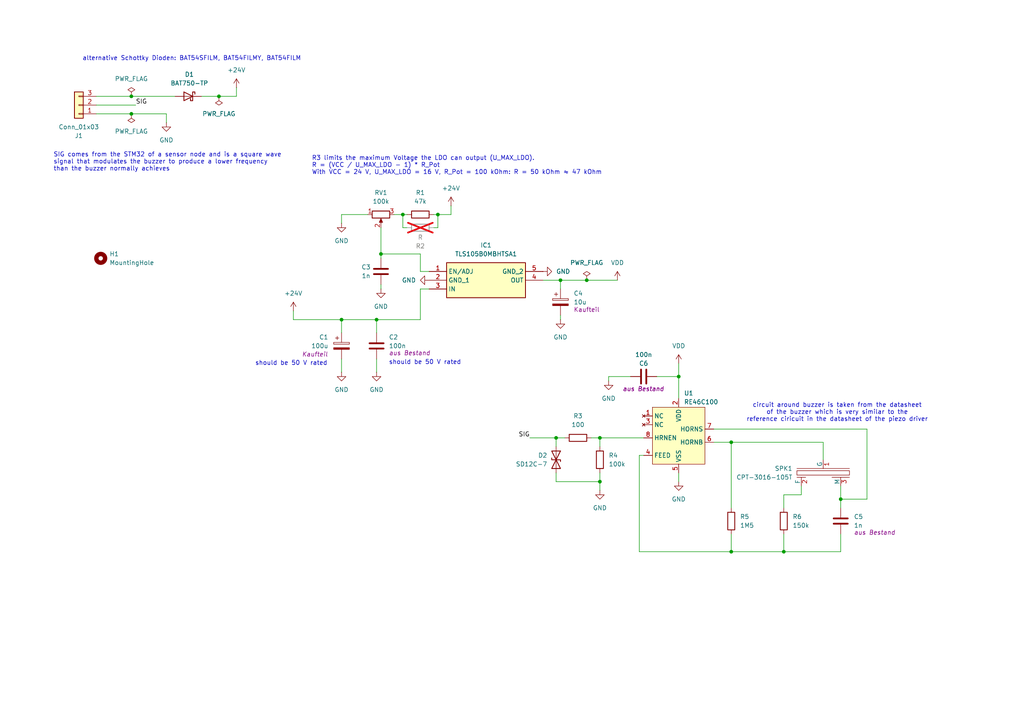
<source format=kicad_sch>
(kicad_sch (version 20231120) (generator "eeschema") (generator_version "8.0")
  (paper "A4")
  (title_block (title "Soundbox") (date "2024-12-04") (rev "FT25 v1.0") (company "FaSTTUBe"))
  (lib_symbols
    (symbol "Connector_Generic:Conn_01x03" (pin_names (offset 1.016) hide)
      (property "Reference" "J" (at 0 5.08 0))
      (property "Value" "Conn_01x03" (at 0 -5.08 0))
      (symbol "Conn_01x03_1_1"
        (rectangle (start -1.27 -2.413) (end 0 -2.667) (stroke (width 0.1524)))
        (rectangle (start -1.27 0.127) (end 0 -0.127) (stroke (width 0.1524)))
        (rectangle (start -1.27 2.667) (end 0 2.413) (stroke (width 0.1524)))
        (rectangle (start -1.27 3.81) (end 1.27 -3.81) (stroke (width 0.254)) (fill (type background)))
        (pin passive line (at -5.08 2.54 0) (length 3.81) (name "Pin_1") (number "1"))
        (pin passive line (at -5.08 0 0) (length 3.81) (name "Pin_2") (number "2"))
        (pin passive line (at -5.08 -2.54 0) (length 3.81) (name "Pin_3") (number "3"))
      )
    )
    (symbol "Device:C" (pin_numbers hide) (pin_names (offset 0.254))
      (property "Reference" "C" (at 0.635 2.54 0))
      (property "Value" "C" (at 0.635 -2.54 0))
      (symbol "C_0_1"
        (polyline (pts (xy -2.032 -0.762) (xy 2.032 -0.762)) (stroke (width 0.508)))
        (polyline (pts (xy -2.032 0.762) (xy 2.032 0.762)) (stroke (width 0.508)))
      )
      (symbol "C_1_1"
        (pin passive line (at 0 3.81 270) (length 2.794) (name "~") (number "1"))
        (pin passive line (at 0 -3.81 90) (length 2.794) (name "~") (number "2"))
      )
    )
    (symbol "Device:C_Polarized" (pin_numbers hide) (pin_names (offset 0.254))
      (property "Reference" "C" (at 0.635 2.54 0))
      (property "Value" "C_Polarized" (at 0.635 -2.54 0))
      (symbol "C_Polarized_0_1"
        (rectangle (start -2.286 0.508) (end 2.286 1.016))
        (polyline (pts (xy -1.778 2.286) (xy -0.762 2.286)))
        (polyline (pts (xy -1.27 2.794) (xy -1.27 1.778)))
        (rectangle (start 2.286 -0.508) (end -2.286 -1.016) (fill (type outline)))
      )
      (symbol "C_Polarized_1_1"
        (pin passive line (at 0 3.81 270) (length 2.794) (name "~") (number "1"))
        (pin passive line (at 0 -3.81 90) (length 2.794) (name "~") (number "2"))
      )
    )
    (symbol "Device:D_Schottky" (pin_numbers hide) (pin_names (offset 1.016) hide)
      (property "Reference" "D2" (at -0.3175 6.35 0))
      (property "Value" "BAT750-TP" (at -0.3175 3.81 0))
      (symbol "D_Schottky_0_1"
        (polyline (pts (xy 1.27 0) (xy -1.27 0)))
        (polyline (pts (xy 1.27 1.27) (xy 1.27 -1.27) (xy -1.27 0) (xy 1.27 1.27)) (stroke (width 0.254)))
        (polyline (pts (xy -1.905 0.635) (xy -1.905 1.27) (xy -1.27 1.27) (xy -1.27 -1.27) (xy -0.635 -1.27) (xy -0.635 -0.635)) (stroke (width 0.254)))
      )
      (symbol "D_Schottky_1_1"
        (pin passive line (at 3.81 0 180) (length 2.54) (name "A") (number "1"))
        (pin passive line (at -3.81 0 0) (length 2.54) (name "K") (number "3"))
      )
    )
    (symbol "Device:D_TVS" (pin_numbers hide) (pin_names (offset 1.016) hide)
      (property "Reference" "D" (at 0 2.54 0))
      (property "Value" "D_TVS" (at 0 -2.54 0))
      (symbol "D_TVS_0_1"
        (polyline (pts (xy 1.27 0) (xy -1.27 0)))
        (polyline (pts (xy 0.508 1.27) (xy 0 1.27) (xy 0 -1.27) (xy -0.508 -1.27)) (stroke (width 0.254)))
        (polyline (pts (xy -2.54 1.27) (xy -2.54 -1.27) (xy 2.54 1.27) (xy 2.54 -1.27) (xy -2.54 1.27)) (stroke (width 0.254)))
      )
      (symbol "D_TVS_1_1"
        (pin passive line (at -3.81 0 0) (length 2.54) (name "A1") (number "1"))
        (pin passive line (at 3.81 0 180) (length 2.54) (name "A2") (number "2"))
      )
    )
    (symbol "Device:R" (pin_numbers hide) (pin_names (offset 0))
      (property "Reference" "R" (at 2.032 0 90))
      (property "Value" "R" (at 0 0 90))
      (symbol "R_0_1"
        (rectangle (start -1.016 -2.54) (end 1.016 2.54) (stroke (width 0.254)))
      )
      (symbol "R_1_1"
        (pin passive line (at 0 3.81 270) (length 1.27) (name "~") (number "1"))
        (pin passive line (at 0 -3.81 90) (length 1.27) (name "~") (number "2"))
      )
    )
    (symbol "Device:R_Potentiometer" (pin_names (offset 1.016) hide)
      (property "Reference" "RV" (at -4.445 0 90))
      (property "Value" "R_Potentiometer" (at -2.54 0 90))
      (symbol "R_Potentiometer_0_1"
        (polyline (pts (xy 2.54 0) (xy 1.524 0)))
        (polyline (pts (xy 1.143 0) (xy 2.286 0.508) (xy 2.286 -0.508) (xy 1.143 0)) (fill (type outline)))
        (rectangle (start 1.016 2.54) (end -1.016 -2.54) (stroke (width 0.254)))
      )
      (symbol "R_Potentiometer_1_1"
        (pin passive line (at 0 3.81 270) (length 1.27) (name "1") (number "1"))
        (pin passive line (at 3.81 0 180) (length 1.27) (name "2") (number "2"))
        (pin passive line (at 0 -3.81 90) (length 1.27) (name "3") (number "3"))
      )
    )
    (symbol "Mechanical:MountingHole" (pin_names (offset 1.016)) (exclude_from_sim yes) (in_bom no)
      (property "Reference" "H" (at 0 5.08 0))
      (property "Value" "MountingHole" (at 0 3.175 0))
      (symbol "MountingHole_0_1"
        (circle (center 0 0) (radius 1.27) (stroke (width 1.27)))
      )
    )
    (symbol "power:+24V" (power) (pin_numbers hide) (pin_names (offset 0) hide)
      (property "Value" "+24V" (at 0 3.556 0))
      (symbol "+24V_0_1"
        (polyline (pts (xy -0.762 1.27) (xy 0 2.54)))
        (polyline (pts (xy 0 0) (xy 0 2.54)))
        (polyline (pts (xy 0 2.54) (xy 0.762 1.27)))
      )
      (symbol "+24V_1_1"
        (pin power_in line (at 0 0 90) (length 0) (name "~") (number "1"))
      )
    )
    (symbol "power:GND" (power) (pin_numbers hide) (pin_names (offset 0) hide)
      (property "Value" "GND" (at 0 -3.81 0))
      (symbol "GND_0_1"
        (polyline (pts (xy 0 0) (xy 0 -1.27) (xy 1.27 -1.27) (xy 0 -2.54) (xy -1.27 -1.27) (xy 0 -1.27)))
      )
      (symbol "GND_1_1"
        (pin power_in line (at 0 0 270) (length 0) (name "~") (number "1"))
      )
    )
    (symbol "power:PWR_FLAG" (power) (pin_numbers hide) (pin_names (offset 0) hide)
      (property "Value" "PWR_FLAG" (at 0 3.81 0))
      (symbol "PWR_FLAG_0_0"
        (pin power_out line (at 0 0 90) (length 0) (name "~") (number "1"))
      )
      (symbol "PWR_FLAG_0_1"
        (polyline (pts (xy 0 0) (xy 0 1.27) (xy -1.016 1.905) (xy 0 2.54) (xy 1.016 1.905) (xy 0 1.27)))
      )
    )
    (symbol "power:VDD" (power) (pin_numbers hide) (pin_names (offset 0) hide)
      (property "Value" "VDD" (at 0 3.556 0))
      (symbol "VDD_0_1"
        (polyline (pts (xy -0.762 1.27) (xy 0 2.54)))
        (polyline (pts (xy 0 0) (xy 0 2.54)))
        (polyline (pts (xy 0 2.54) (xy 0.762 1.27)))
      )
      (symbol "VDD_1_1"
        (pin power_in line (at 0 0 90) (length 0) (name "~") (number "1"))
      )
    )
    (symbol "soundbox:CPT-3016-105T" (pin_names (offset 0))
      (property "Reference" "SPK" (at -5.588 2.54 0))
      (property "Value" "CPT-3016-105T" (at 10.668 2.54 0))
      (symbol "CPT-3016-105T_0_0"
        (pin passive line (at 0 3.81 270) (length 2.54) (name "G") (number "1"))
        (pin passive line (at -6.35 -3.81 90) (length 2.54) (name "F") (number "2"))
        (pin passive line (at 5.08 -3.81 90) (length 2.54) (name "M") (number "3"))
      )
      (symbol "CPT-3016-105T_0_1"
        (rectangle (start -7.62 0.635) (end 7.62 -0.635))
        (polyline (pts (xy -7.62 -1.27) (xy -5.08 -1.27)))
        (polyline (pts (xy 7.62 -1.27) (xy 2.54 -1.27)))
        (polyline (pts (xy 7.62 1.27) (xy -7.62 1.27)))
      )
    )
    (symbol "soundbox:RE46C100"
      (property "Reference" "U" (at -6.604 9.144 0))
      (property "Value" "RE46C100" (at 5.842 9.144 0))
      (symbol "RE46C100_0_0"
        (pin no_connect line (at -10.16 5.08 0) (length 2.54) (name "NC") (number "1"))
        (pin power_in line (at 0 10.16 270) (length 2.54) (name "VDD") (number "2"))
        (pin no_connect line (at -10.16 2.54 0) (length 2.54) (name "NC") (number "3"))
        (pin input line (at -10.16 -6.35 0) (length 2.54) (name "FEED") (number "4"))
        (pin power_in line (at 0 -11.43 90) (length 2.54) (name "VSS") (number "5"))
        (pin output line (at 10.16 -2.54 180) (length 2.54) (name "HORNB") (number "6"))
        (pin output line (at 10.16 1.27 180) (length 2.54) (name "HORNS") (number "7"))
        (pin input line (at -10.16 -1.27 0) (length 2.54) (name "HRNEN") (number "8"))
      )
      (symbol "RE46C100_1_1"
        (rectangle (start -7.62 7.62) (end 7.62 -8.89) (fill (type background)))
      )
    )
    (symbol "soundbox:TLS105B0MBHTSA1"
      (property "Reference" "IC" (at 29.21 7.62 0))
      (property "Value" "TLS105B0MBHTSA1" (at 29.21 5.08 0))
      (symbol "TLS105B0MBHTSA1_1_1"
        (rectangle (start 5.08 2.54) (end 27.94 -7.62) (stroke (width 0.254)) (fill (type background)))
        (pin passive line (at 0 0 0) (length 5.08) (name "EN/ADJ") (number "1"))
        (pin passive line (at 0 -2.54 0) (length 5.08) (name "GND_1") (number "2"))
        (pin passive line (at 0 -5.08 0) (length 5.08) (name "IN") (number "3"))
        (pin passive line (at 33.02 -2.54 180) (length 5.08) (name "OUT") (number "4"))
        (pin passive line (at 33.02 0 180) (length 5.08) (name "GND_2") (number "5"))
      )
    )
  )
  (junction (at 196.85 109.22))
  (junction (at 173.99 139.7))
  (junction (at 38.1 27.94))
  (junction (at 243.84 144.78))
  (junction (at 63.5 27.94))
  (junction (at 99.06 92.71))
  (junction (at 110.49 73.66))
  (junction (at 38.1 33.02))
  (junction (at 116.84 62.23))
  (junction (at 109.22 92.71))
  (junction (at 162.56 81.28))
  (junction (at 127 62.23))
  (junction (at 161.29 127))
  (junction (at 212.09 160.02))
  (junction (at 212.09 128.27))
  (junction (at 227.33 160.02))
  (junction (at 173.99 127))
  (junction (at 170.18 81.28))
  (wire (pts (xy 27.94 27.94) (xy 38.1 27.94)))
  (wire (pts (xy 171.45 127) (xy 173.99 127)))
  (wire (pts (xy 243.84 140.97) (xy 243.84 144.78)))
  (wire (pts (xy 227.33 147.32) (xy 227.33 143.51)))
  (wire (pts (xy 207.01 128.27) (xy 212.09 128.27)))
  (wire (pts (xy 110.49 74.93) (xy 110.49 73.66)))
  (wire (pts (xy 125.73 62.23) (xy 127 62.23)))
  (wire (pts (xy 27.94 33.02) (xy 38.1 33.02)))
  (wire (pts (xy 109.22 92.71) (xy 121.92 92.71)))
  (wire (pts (xy 109.22 104.14) (xy 109.22 107.95)))
  (wire (pts (xy 170.18 81.28) (xy 179.07 81.28)))
  (wire (pts (xy 173.99 127) (xy 186.69 127)))
  (wire (pts (xy 121.92 73.66) (xy 121.92 78.74)))
  (wire (pts (xy 118.11 66.04) (xy 116.84 66.04)))
  (wire (pts (xy 48.26 33.02) (xy 48.26 35.56)))
  (wire (pts (xy 196.85 137.16) (xy 196.85 139.7)))
  (wire (pts (xy 63.5 27.94) (xy 68.58 27.94)))
  (wire (pts (xy 190.5 109.22) (xy 196.85 109.22)))
  (wire (pts (xy 161.29 139.7) (xy 173.99 139.7)))
  (wire (pts (xy 27.94 30.48) (xy 39.37 30.48)))
  (wire (pts (xy 110.49 73.66) (xy 121.92 73.66)))
  (wire (pts (xy 99.06 92.71) (xy 99.06 96.52)))
  (wire (pts (xy 162.56 91.44) (xy 162.56 92.71)))
  (wire (pts (xy 212.09 154.94) (xy 212.09 160.02)))
  (wire (pts (xy 243.84 144.78) (xy 251.46 144.78)))
  (wire (pts (xy 109.22 92.71) (xy 99.06 92.71)))
  (wire (pts (xy 251.46 124.46) (xy 207.01 124.46)))
  (wire (pts (xy 85.09 90.17) (xy 85.09 92.71)))
  (wire (pts (xy 110.49 83.82) (xy 110.49 82.55)))
  (wire (pts (xy 212.09 128.27) (xy 238.76 128.27)))
  (wire (pts (xy 58.42 27.94) (xy 63.5 27.94)))
  (wire (pts (xy 227.33 143.51) (xy 232.41 143.51)))
  (wire (pts (xy 173.99 137.16) (xy 173.99 139.7)))
  (wire (pts (xy 243.84 154.94) (xy 243.84 160.02)))
  (wire (pts (xy 162.56 81.28) (xy 162.56 83.82)))
  (wire (pts (xy 127 66.04) (xy 127 62.23)))
  (wire (pts (xy 243.84 144.78) (xy 243.84 147.32)))
  (wire (pts (xy 232.41 143.51) (xy 232.41 140.97)))
  (wire (pts (xy 161.29 127) (xy 163.83 127)))
  (wire (pts (xy 118.11 62.23) (xy 116.84 62.23)))
  (wire (pts (xy 162.56 81.28) (xy 170.18 81.28)))
  (wire (pts (xy 110.49 66.04) (xy 110.49 73.66)))
  (wire (pts (xy 161.29 137.16) (xy 161.29 139.7)))
  (wire (pts (xy 116.84 66.04) (xy 116.84 62.23)))
  (wire (pts (xy 227.33 160.02) (xy 243.84 160.02)))
  (wire (pts (xy 116.84 62.23) (xy 114.3 62.23)))
  (wire (pts (xy 99.06 64.77) (xy 99.06 62.23)))
  (wire (pts (xy 153.67 127) (xy 161.29 127)))
  (wire (pts (xy 185.42 160.02) (xy 212.09 160.02)))
  (wire (pts (xy 161.29 127) (xy 161.29 129.54)))
  (wire (pts (xy 173.99 139.7) (xy 173.99 142.24)))
  (wire (pts (xy 196.85 105.41) (xy 196.85 109.22)))
  (wire (pts (xy 99.06 92.71) (xy 85.09 92.71)))
  (wire (pts (xy 127 62.23) (xy 130.81 62.23)))
  (wire (pts (xy 173.99 127) (xy 173.99 129.54)))
  (wire (pts (xy 212.09 128.27) (xy 212.09 147.32)))
  (wire (pts (xy 185.42 132.08) (xy 185.42 160.02)))
  (wire (pts (xy 38.1 33.02) (xy 48.26 33.02)))
  (wire (pts (xy 121.92 92.71) (xy 121.92 83.82)))
  (wire (pts (xy 121.92 78.74) (xy 124.46 78.74)))
  (wire (pts (xy 68.58 25.4) (xy 68.58 27.94)))
  (wire (pts (xy 238.76 128.27) (xy 238.76 133.35)))
  (wire (pts (xy 38.1 27.94) (xy 50.8 27.94)))
  (wire (pts (xy 196.85 109.22) (xy 196.85 115.57)))
  (wire (pts (xy 130.81 62.23) (xy 130.81 59.69)))
  (wire (pts (xy 121.92 83.82) (xy 124.46 83.82)))
  (wire (pts (xy 212.09 160.02) (xy 227.33 160.02)))
  (wire (pts (xy 176.53 109.22) (xy 176.53 110.49)))
  (wire (pts (xy 227.33 154.94) (xy 227.33 160.02)))
  (wire (pts (xy 186.69 132.08) (xy 185.42 132.08)))
  (wire (pts (xy 182.88 109.22) (xy 176.53 109.22)))
  (wire (pts (xy 157.48 81.28) (xy 162.56 81.28)))
  (wire (pts (xy 251.46 144.78) (xy 251.46 124.46)))
  (wire (pts (xy 99.06 62.23) (xy 106.68 62.23)))
  (wire (pts (xy 99.06 104.14) (xy 99.06 107.95)))
  (wire (pts (xy 109.22 92.71) (xy 109.22 96.52)))
  (wire (pts (xy 125.73 66.04) (xy 127 66.04)))
  (text "R3 limits the maximum Voltage the LDO can output (U_MAX_LDO).\nR = (VCC / U_MAX_LDO - 1) * R_Pot\nWith VCC = 24 V, U_MAX_LDO = 16 V, R_Pot = 100 kOhm: R = 50 kOhm ≈ 47 kOhm" (at 90.424 48.006 0) (effects (font (size 1.27 1.27)) (justify left)))
  (text "circuit around buzzer is taken from the datasheet\nof the buzzer which is very similar to the\nreference ciricuit in the datasheet of the piezo driver" (at 242.824 119.634 0) (effects (font (size 1.27 1.27))))
  (text "should be 50 V rated" (at 112.776 105.156 0) (effects (font (size 1.27 1.27)) (justify left)))
  (text "alternative Schottky Dioden: BAT54SFILM, BAT54FILMY, BAT54FILM" (at 55.626 17.018 0) (effects (font (size 1.27 1.27))))
  (text "should be 50 V rated" (at 94.996 105.41 0) (effects (font (size 1.27 1.27)) (justify right)))
  (text "SIG comes from the STM32 of a sensor node and is a square wave\nsignal that modulates the buzzer to produce a lower frequency\nthan the buzzer normally achieves" (at 15.494 46.99 0) (effects (font (size 1.27 1.27)) (justify left)))
  (label "SIG" (at 153.67 127 180))
  (label "SIG" (at 39.37 30.48 0))
  (symbol (lib_id "power:+24V") (at 68.58 25.4 0) (unit 1)
    (property "Reference" "#PWR02" (effects (hide yes)))
    (property "Value" "+24V" (at 68.58 20.32 0))
    (property "Description" "Power symbol creates a global label with name \"+24V\"" (effects (hide yes)))
  )
  (symbol (lib_id "Device:C") (at 109.22 100.33 0) (unit 1)
    (property "Reference" "C2" (at 112.776 97.79 0) (effects (justify left)))
    (property "Value" "100n" (at 112.776 100.33 0) (effects (justify left)))
    (property "Footprint" "Capacitor_SMD:C_0603_1608Metric_Pad1.08x0.95mm_HandSolder" (effects (hide yes)))
    (property "Description" "Unpolarized capacitor" (effects (hide yes)))
    (property "source" "aus Bestand" (at 112.776 102.3621 0) (effects (font (italic yes)) (justify left)))
  )
  (symbol (lib_id "power:+24V") (at 85.09 90.17 0) (unit 1)
    (property "Reference" "#PWR03" (effects (hide yes)))
    (property "Value" "+24V" (at 85.09 85.09 0))
    (property "Description" "Power symbol creates a global label with name \"+24V\"" (effects (hide yes)))
  )
  (symbol (lib_id "Device:C") (at 243.84 151.13 0) (unit 1)
    (property "Reference" "C5" (at 247.65 149.8599 0) (effects (justify left)))
    (property "Value" "1n" (at 247.65 152.3999 0) (effects (justify left)))
    (property "Footprint" "Capacitor_SMD:C_0603_1608Metric_Pad1.08x0.95mm_HandSolder" (effects (hide yes)))
    (property "Description" "Unpolarized capacitor" (effects (hide yes)))
    (property "source" "aus Bestand" (at 247.65 154.432 0) (effects (font (italic yes)) (justify left)))
  )
  (symbol (lib_id "power:GND") (at 176.53 110.49 0) (unit 1)
    (property "Reference" "#PWR016" (effects (hide yes)))
    (property "Value" "GND" (at 176.53 115.57 0))
    (property "Description" "Power symbol creates a global label with name \"GND\" , ground" (effects (hide yes)))
  )
  (symbol (lib_id "power:GND") (at 99.06 107.95 0) (unit 1)
    (property "Reference" "#PWR05" (effects (hide yes)))
    (property "Value" "GND" (at 99.06 113.03 0))
    (property "Description" "Power symbol creates a global label with name \"GND\" , ground" (effects (hide yes)))
  )
  (symbol (lib_id "power:+24V") (at 130.81 59.69 0) (mirror y) (unit 1)
    (property "Reference" "#PWR09" (effects (hide yes)))
    (property "Value" "+24V" (at 130.81 54.61 0))
    (property "Description" "Power symbol creates a global label with name \"+24V\"" (effects (hide yes)))
  )
  (symbol (lib_id "Device:C_Polarized") (at 162.56 87.63 0) (unit 1)
    (property "Reference" "C4" (at 166.37 85.09 0) (effects (justify left)))
    (property "Value" "10u" (at 166.37 87.63 0) (effects (justify left)))
    (property "Footprint" "soundbox:EEE0GA101SR" (effects (hide yes)))
    (property "Datasheet" "http://industrial.panasonic.com/cdbs/www-data/pdf/RDE0000/ABA0000C1181.pdf" (effects (hide yes)))
    (property "Description" "Polarized capacitor" (effects (hide yes)))
    (property "Height" "6.5" (effects (hide yes)))
    (property "Manufacturer_Name" "Panasonic" (effects (hide yes)))
    (property "Manufacturer_Part_Number" "EEE-FK1V100R" (effects (hide yes)))
    (property "Mouser Part Number" "667-EEE-FK1V100R" (effects (hide yes)))
    (property "Mouser Price/Stock" "https://www.mouser.co.uk/ProductDetail/Panasonic/EEE-FK1V100R?qs=qE6bgDGEOCsyhLm838k2dA%3D%3D" (effects (hide yes)))
    (property "source" "Kaufteil" (at 166.37 89.7891 0) (effects (justify left)))
  )
  (symbol (lib_id "Device:D_Schottky") (at 54.61 27.94 0) (mirror y) (unit 1)
    (property "Reference" "D1" (at 54.9275 21.59 0))
    (property "Value" "BAT750-TP" (at 54.9275 24.13 0))
    (property "Footprint" "Package_TO_SOT_SMD:SOT-23_Handsoldering" (effects (hide yes)))
    (property "Datasheet" "https://eu.mouser.com/datasheet/2/258/BAT750_SOT_23_-3365222.pdf" (effects (hide yes)))
    (property "Description" "Schottky diode" (effects (hide yes)))
  )
  (symbol (lib_id "Connector_Generic:Conn_01x03") (at 22.86 30.48 180) (unit 1)
    (property "Reference" "J1" (at 22.86 39.37 0))
    (property "Value" "Conn_01x03" (at 22.86 36.83 0))
    (property "Footprint" "soundbox:TE Micro-Mate-N-Lok 1x03" (effects (hide yes)))
    (property "Description" "Generic connector, single row, 01x03, script generated (kicad-library-utils/schlib/autogen/connector/)" (effects (hide yes)))
  )
  (symbol (lib_id "power:VDD") (at 196.85 105.41 0) (unit 1)
    (property "Reference" "#PWR014" (effects (hide yes)))
    (property "Value" "VDD" (at 196.85 100.33 0))
    (property "Description" "Power symbol creates a global label with name \"VDD\"" (effects (hide yes)))
  )
  (symbol (lib_id "power:VDD") (at 179.07 81.28 0) (unit 1)
    (property "Reference" "#PWR013" (effects (hide yes)))
    (property "Value" "VDD" (at 179.07 76.2 0))
    (property "Description" "Power symbol creates a global label with name \"VDD\"" (effects (hide yes)))
  )
  (symbol (lib_id "power:GND") (at 99.06 64.77 0) (unit 1)
    (property "Reference" "#PWR04" (effects (hide yes)))
    (property "Value" "GND" (at 99.06 69.85 0))
    (property "Description" "Power symbol creates a global label with name \"GND\" , ground" (effects (hide yes)))
  )
  (symbol (lib_id "Device:C") (at 110.49 78.74 180) (unit 1)
    (property "Reference" "C3" (at 106.172 77.47 0))
    (property "Value" "1n" (at 106.172 80.01 0))
    (property "Footprint" "Capacitor_SMD:C_0603_1608Metric_Pad1.08x0.95mm_HandSolder" (effects (hide yes)))
    (property "Description" "Unpolarized capacitor" (effects (hide yes)))
  )
  (symbol (lib_id "power:GND") (at 173.99 142.24 0) (unit 1)
    (property "Reference" "#PWR012" (effects (hide yes)))
    (property "Value" "GND" (at 173.99 147.32 0))
    (property "Description" "Power symbol creates a global label with name \"GND\" , ground" (effects (hide yes)))
  )
  (symbol (lib_id "soundbox:TLS105B0MBHTSA1") (at 124.46 78.74 0) (unit 1)
    (property "Reference" "IC1" (at 140.97 71.12 0))
    (property "Value" "TLS105B0MBHTSA1" (at 140.97 73.66 0))
    (property "Footprint" "soundbox:PG-SCT595-5" (effects (hide yes)))
    (property "Datasheet" "https://componentsearchengine.com/Datasheets/1/TLS105B0MBHTSA1.pdf" (effects (hide yes)))
    (property "Description" "LDO Voltage Regulators LINEAR VOLTAGE REGULATOR" (effects (hide yes)))
    (property "Height" "1.1" (effects (hide yes)))
    (property "Mouser Part Number" "726-TLS105B0MBHTSA1" (effects (hide yes)))
    (property "Mouser Price/Stock" "https://www.mouser.co.uk/ProductDetail/Infineon-Technologies/TLS105B0MBHTSA1?qs=F5EMLAvA7ID68BPIw0f4TQ%3D%3D" (effects (hide yes)))
    (property "Manufacturer_Name" "Infineon" (effects (hide yes)))
    (property "Manufacturer_Part_Number" "TLS105B0MBHTSA1" (effects (hide yes)))
  )
  (symbol (lib_id "Device:D_TVS") (at 161.29 133.35 270) (unit 1)
    (property "Reference" "D2" (at 158.75 132.0799 90) (effects (justify right)))
    (property "Value" "SD12C-7" (at 158.75 134.6199 90) (effects (justify right)))
    (property "Footprint" "Diode_SMD:D_SOD-323_HandSoldering" (effects (hide yes)))
    (property "Datasheet" "https://eu.mouser.com/datasheet/2/115/DIOD_S_A0009691744_1-2543273.pdf" (effects (hide yes)))
    (property "Description" "Bidirectional transient-voltage-suppression diode SD12C-7" (effects (hide yes)))
  )
  (symbol (lib_id "power:GND") (at 110.49 83.82 0) (unit 1)
    (property "Reference" "#PWR07" (effects (hide yes)))
    (property "Value" "GND" (at 110.49 88.9 0))
    (property "Description" "Power symbol creates a global label with name \"GND\" , ground" (effects (hide yes)))
  )
  (symbol (lib_id "power:PWR_FLAG") (at 63.5 27.94 0) (mirror x) (unit 1)
    (property "Reference" "#FLG03" (effects (hide yes)))
    (property "Value" "PWR_FLAG" (at 63.5 33.02 0))
    (property "Description" "Special symbol for telling ERC where power comes from" (effects (hide yes)))
  )
  (symbol (lib_id "Device:R") (at 121.92 62.23 270) (mirror x) (unit 1)
    (property "Reference" "R1" (at 121.92 55.88 90))
    (property "Value" "47k" (at 121.92 58.42 90))
    (property "Footprint" "Resistor_SMD:R_0603_1608Metric_Pad0.98x0.95mm_HandSolder" (effects (hide yes)))
    (property "Description" "Resistor" (effects (hide yes)))
  )
  (symbol (lib_id "Device:C") (at 186.69 109.22 90) (unit 1)
    (property "Reference" "C6" (at 186.69 105.4101 90))
    (property "Value" "100n" (at 186.69 102.8701 90))
    (property "Footprint" "Capacitor_SMD:C_0603_1608Metric_Pad1.08x0.95mm_HandSolder" (effects (hide yes)))
    (property "Description" "Unpolarized capacitor" (effects (hide yes)))
    (property "source" "aus Bestand" (at 186.69 112.776 90) (effects (font (italic yes))))
  )
  (symbol (lib_id "Device:R") (at 121.92 66.04 270) (mirror x) (unit 1) (dnp yes)
    (property "Reference" "R2" (at 121.92 71.374 90))
    (property "Value" "R" (at 121.92 68.834 90))
    (property "Footprint" "Resistor_SMD:R_0603_1608Metric_Pad0.98x0.95mm_HandSolder" (effects (hide yes)))
    (property "Description" "Resistor" (effects (hide yes)))
  )
  (symbol (lib_id "Device:R_Potentiometer") (at 110.49 62.23 90) (mirror x) (unit 1)
    (property "Reference" "RV1" (at 110.49 55.88 90))
    (property "Value" "100k" (at 110.49 58.42 90))
    (property "Footprint" "soundbox:06TR4FA104DPR" (effects (hide yes)))
    (property "Datasheet" "https://www.mouser.de/datasheet/2/96/CTS_Trimmer_Potentiometer_06TR_Datasheet-3400490.pdf" (effects (hide yes)))
    (property "Description" "Potentiometer 06TR4FA104DPR" (effects (hide yes)))
    (property "MMN" "06TR4FA104DPR" (effects (hide yes)))
  )
  (symbol (lib_id "power:GND") (at 196.85 139.7 0) (unit 1)
    (property "Reference" "#PWR015" (effects (hide yes)))
    (property "Value" "GND" (at 196.85 144.78 0))
    (property "Description" "Power symbol creates a global label with name \"GND\" , ground" (effects (hide yes)))
  )
  (symbol (lib_id "power:GND") (at 162.56 92.71 0) (unit 1)
    (property "Reference" "#PWR011" (effects (hide yes)))
    (property "Value" "GND" (at 162.56 97.79 0))
    (property "Description" "Power symbol creates a global label with name \"GND\" , ground" (effects (hide yes)))
  )
  (symbol (lib_id "power:GND") (at 109.22 107.95 0) (unit 1)
    (property "Reference" "#PWR06" (effects (hide yes)))
    (property "Value" "GND" (at 109.22 113.03 0))
    (property "Description" "Power symbol creates a global label with name \"GND\" , ground" (effects (hide yes)))
  )
  (symbol (lib_id "power:GND") (at 48.26 35.56 0) (unit 1)
    (property "Reference" "#PWR01" (effects (hide yes)))
    (property "Value" "GND" (at 48.26 40.64 0))
    (property "Description" "Power symbol creates a global label with name \"GND\" , ground" (effects (hide yes)))
  )
  (symbol (lib_id "Device:R") (at 167.64 127 90) (unit 1)
    (property "Reference" "R3" (at 167.64 120.65 90))
    (property "Value" "100" (at 167.64 123.19 90))
    (property "Footprint" "Resistor_SMD:R_0603_1608Metric_Pad0.98x0.95mm_HandSolder" (effects (hide yes)))
    (property "Description" "Resistor" (effects (hide yes)))
  )
  (symbol (lib_id "power:PWR_FLAG") (at 170.18 81.28 0) (unit 1)
    (property "Reference" "#FLG04" (effects (hide yes)))
    (property "Value" "PWR_FLAG" (at 170.18 76.2 0))
    (property "Description" "Special symbol for telling ERC where power comes from" (effects (hide yes)))
  )
  (symbol (lib_id "power:PWR_FLAG") (at 38.1 33.02 0) (mirror x) (unit 1)
    (property "Reference" "#FLG02" (effects (hide yes)))
    (property "Value" "PWR_FLAG" (at 38.1 38.1 0))
    (property "Description" "Special symbol for telling ERC where power comes from" (effects (hide yes)))
  )
  (symbol (lib_id "Device:R") (at 227.33 151.13 0) (unit 1)
    (property "Reference" "R6" (at 229.87 149.8599 0) (effects (justify left)))
    (property "Value" "150k" (at 229.87 152.3999 0) (effects (justify left)))
    (property "Footprint" "Resistor_SMD:R_0603_1608Metric_Pad0.98x0.95mm_HandSolder" (effects (hide yes)))
    (property "Description" "Resistor" (effects (hide yes)))
  )
  (symbol (lib_id "Device:R") (at 173.99 133.35 0) (unit 1)
    (property "Reference" "R4" (at 176.53 132.0799 0) (effects (justify left)))
    (property "Value" "100k" (at 176.53 134.6199 0) (effects (justify left)))
    (property "Footprint" "Resistor_SMD:R_0603_1608Metric_Pad0.98x0.95mm_HandSolder" (effects (hide yes)))
    (property "Description" "Resistor" (effects (hide yes)))
  )
  (symbol (lib_id "power:GND") (at 157.48 78.74 90) (unit 1)
    (property "Reference" "#PWR010" (effects (hide yes)))
    (property "Value" "GND" (at 161.29 78.7399 90) (effects (justify right)))
    (property "Description" "Power symbol creates a global label with name \"GND\" , ground" (effects (hide yes)))
  )
  (symbol (lib_id "power:PWR_FLAG") (at 38.1 27.94 0) (unit 1)
    (property "Reference" "#FLG01" (effects (hide yes)))
    (property "Value" "PWR_FLAG" (at 38.1 22.86 0))
    (property "Description" "Special symbol for telling ERC where power comes from" (effects (hide yes)))
  )
  (symbol (lib_id "Mechanical:MountingHole") (at 29.21 74.93 0) (unit 1) (exclude_from_sim yes) (in_bom no)
    (property "Reference" "H1" (at 31.75 73.6599 0) (effects (justify left)))
    (property "Value" "MountingHole" (at 31.75 76.1999 0) (effects (justify left)))
    (property "Footprint" "MountingHole:MountingHole_3.2mm_M3_DIN965" (effects (hide yes)))
    (property "Description" "Mounting Hole without connection" (effects (hide yes)))
  )
  (symbol (lib_id "soundbox:RE46C100") (at 196.85 125.73 0) (unit 1)
    (property "Reference" "U1" (at 198.374 114.046 0) (effects (justify left)))
    (property "Value" "RE46C100" (at 198.374 116.586 0) (effects (justify left)))
    (property "Footprint" "Package_SO:SOIC-8_3.9x4.9mm_P1.27mm" (effects (hide yes)))
    (property "Datasheet" "https://www.mouser.de/datasheet/2/268/20002166B-3443049.pdf" (effects (hide yes)))
    (property "Description" "Piezoelectric Horn Driver Circuit" (effects (hide yes)))
  )
  (symbol (lib_id "soundbox:CPT-3016-105T") (at 238.76 137.16 0) (unit 1)
    (property "Reference" "SPK1" (at 229.87 135.89 0) (effects (justify right)))
    (property "Value" "CPT-3016-105T" (at 229.87 138.43 0) (effects (justify right)))
    (property "Footprint" "soundbox:CPT-3016-105T" (effects (hide yes)))
    (property "Datasheet" "https://www.mouser.de/datasheet/2/1628/cpt_3016_105t-3509585.pdf" (effects (hide yes)))
    (property "Description" "PIEZO BUZZER TRANSDUCER" (effects (hide yes)))
  )
  (symbol (lib_id "Device:C_Polarized") (at 99.06 100.33 0) (unit 1)
    (property "Reference" "C1" (at 95.25 97.79 0) (effects (justify right)))
    (property "Value" "100u" (at 95.25 100.33 0) (effects (justify right)))
    (property "Footprint" "soundbox:EEE1AA101SP" (effects (hide yes)))
    (property "Datasheet" "http://industrial.panasonic.com/cdbs/www-data/pdf/RDE0000/ABA0000C1240.pdf" (effects (hide yes)))
    (property "Description" "Polarized capacitor" (effects (hide yes)))
    (property "Height" "7.8" (effects (hide yes)))
    (property "Manufacturer_Name" "Panasonic" (effects (hide yes)))
    (property "Manufacturer_Part_Number" "EEE-FT1V101AP" (effects (hide yes)))
    (property "Mouser Part Number" "667-EEE-FT1V101AP" (effects (hide yes)))
    (property "Mouser Price/Stock" "https://www.mouser.co.uk/ProductDetail/Panasonic/EEE-FT1V101AP?qs=CMJjuEs1%252BuEsbOqam%2FkTqg%3D%3D" (effects (hide yes)))
    (property "source" "Kaufteil" (at 94.996 102.7431 0) (effects (font (italic yes)) (justify right)))
  )
  (symbol (lib_id "power:GND") (at 124.46 81.28 270) (unit 1)
    (property "Reference" "#PWR08" (effects (hide yes)))
    (property "Value" "GND" (at 120.65 81.2799 90) (effects (justify right)))
    (property "Description" "Power symbol creates a global label with name \"GND\" , ground" (effects (hide yes)))
  )
  (symbol (lib_id "Device:R") (at 212.09 151.13 0) (unit 1)
    (property "Reference" "R5" (at 214.63 149.8599 0) (effects (justify left)))
    (property "Value" "1M5" (at 214.63 152.3999 0) (effects (justify left)))
    (property "Footprint" "Resistor_SMD:R_0603_1608Metric_Pad0.98x0.95mm_HandSolder" (effects (hide yes)))
    (property "Description" "Resistor" (effects (hide yes)))
  )
)
</source>
